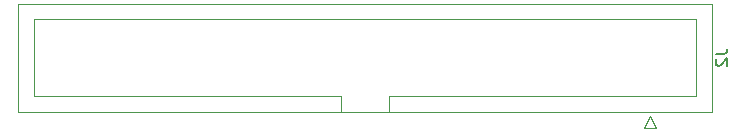
<source format=gbr>
%TF.GenerationSoftware,KiCad,Pcbnew,(6.0.4)*%
%TF.CreationDate,2023-03-10T15:04:28-05:00*%
%TF.ProjectId,Pi_part,50695f70-6172-4742-9e6b-696361645f70,v01*%
%TF.SameCoordinates,Original*%
%TF.FileFunction,Legend,Bot*%
%TF.FilePolarity,Positive*%
%FSLAX46Y46*%
G04 Gerber Fmt 4.6, Leading zero omitted, Abs format (unit mm)*
G04 Created by KiCad (PCBNEW (6.0.4)) date 2023-03-10 15:04:28*
%MOMM*%
%LPD*%
G01*
G04 APERTURE LIST*
%ADD10C,0.150000*%
%ADD11C,0.120000*%
G04 APERTURE END LIST*
D10*
%TO.C,J2*%
X146525882Y-116622615D02*
X147240168Y-116622615D01*
X147383025Y-116574996D01*
X147478263Y-116479758D01*
X147525882Y-116336901D01*
X147525882Y-116241663D01*
X146621121Y-117051187D02*
X146573502Y-117098806D01*
X146525882Y-117194044D01*
X146525882Y-117432139D01*
X146573502Y-117527377D01*
X146621121Y-117574996D01*
X146716359Y-117622615D01*
X146811597Y-117622615D01*
X146954454Y-117574996D01*
X147525882Y-117003568D01*
X147525882Y-117622615D01*
D11*
X87503502Y-112395949D02*
X87503502Y-121515949D01*
X141473502Y-122905949D02*
X140473502Y-122905949D01*
X114793502Y-120205949D02*
X114793502Y-121515949D01*
X87503502Y-121515949D02*
X146183502Y-121515949D01*
X118893502Y-120205949D02*
X144883502Y-120205949D01*
X146183502Y-121515949D02*
X146183502Y-112395949D01*
X146183502Y-112395949D02*
X87503502Y-112395949D01*
X140973502Y-121905949D02*
X141473502Y-122905949D01*
X140473502Y-122905949D02*
X140973502Y-121905949D01*
X118893502Y-121515949D02*
X118893502Y-120205949D01*
X114793502Y-120205949D02*
X114793502Y-120205949D01*
X144883502Y-113705949D02*
X88803502Y-113705949D01*
X144883502Y-120205949D02*
X144883502Y-113705949D01*
X88803502Y-113705949D02*
X88803502Y-120205949D01*
X88803502Y-120205949D02*
X114793502Y-120205949D01*
%TD*%
M02*

</source>
